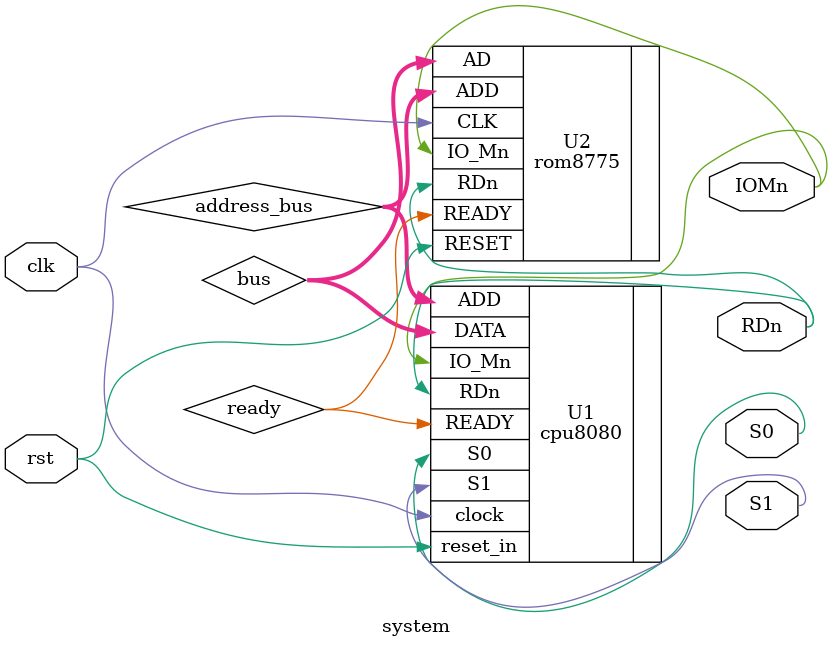
<source format=sv>
`timescale 1ns / 1ps

module system
(
input logic clk,
input logic rst,

output logic S0,
output logic S1,
output logic IOMn,
output logic RDn
);

wire [7:0] bus;
wire [15:0] address_bus;


cpu8080 U1(.clock(clk),.reset_in(rst),.ADD(address_bus),.DATA(bus),.RDn(RDn),.READY(ready),.IO_Mn(IOMn),.S0(S0),.S1(S1));
rom8775 U2(.CLK(clk),.RESET(rst),.ADD(address_bus),.AD(bus),.READY(ready),.RDn(RDn),.IO_Mn(IOMn));

endmodule

</source>
